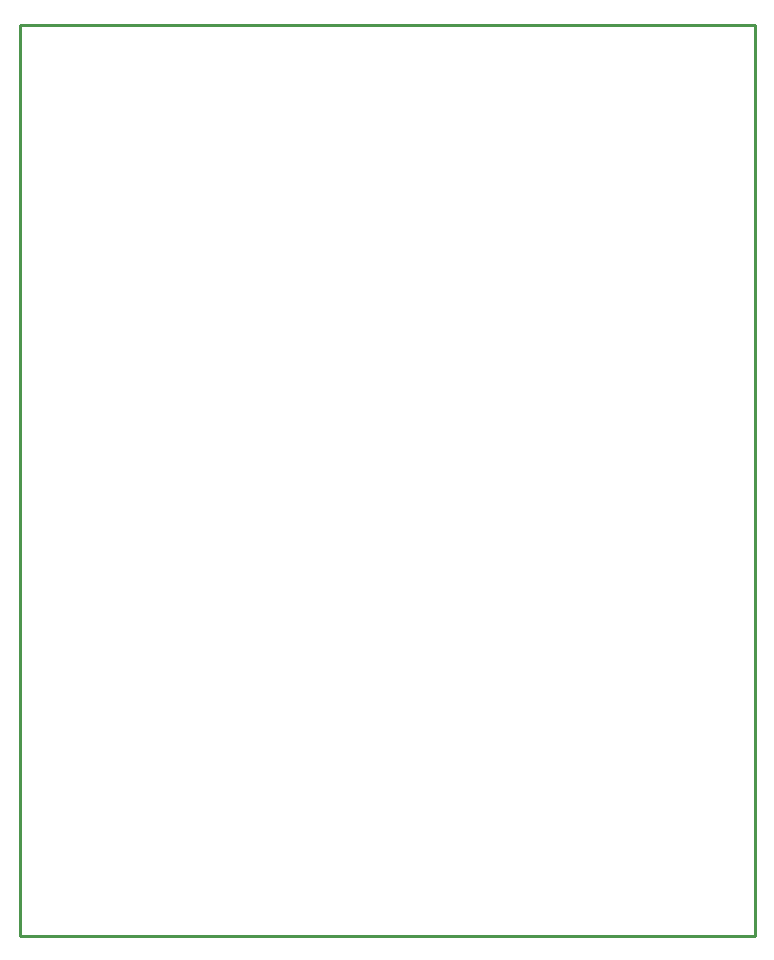
<source format=gbr>
G04 EAGLE Gerber RS-274X export*
G75*
%MOMM*%
%FSLAX34Y34*%
%LPD*%
%IN*%
%IPPOS*%
%AMOC8*
5,1,8,0,0,1.08239X$1,22.5*%
G01*
%ADD10C,0.254000*%


D10*
X0Y0D02*
X622100Y0D01*
X622100Y771400D01*
X0Y771400D01*
X0Y0D01*
M02*

</source>
